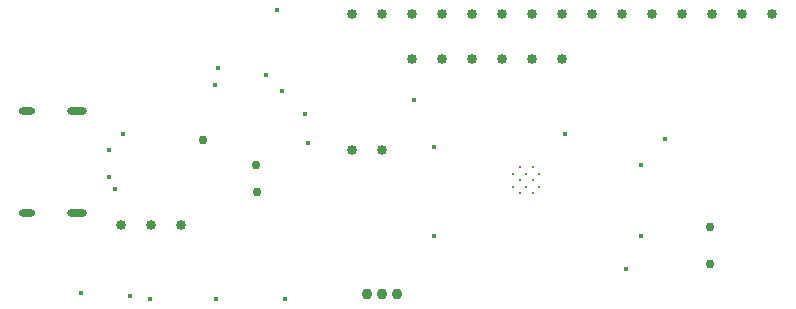
<source format=gbr>
%TF.GenerationSoftware,Altium Limited,Altium Designer,24.0.1 (36)*%
G04 Layer_Color=0*
%FSLAX45Y45*%
%MOMM*%
%TF.SameCoordinates,A01A54B3-6B64-4A67-9B29-D4FC54FCECB2*%
%TF.FilePolarity,Positive*%
%TF.FileFunction,Plated,1,2,PTH,Drill*%
%TF.Part,Single*%
G01*
G75*
%TA.AperFunction,ComponentDrill*%
%ADD75C,0.93000*%
%ADD76C,0.85000*%
%ADD77C,0.30000*%
%ADD78C,0.85000*%
%ADD79O,1.70000X0.60000*%
%ADD80O,1.40000X0.60000*%
%TA.AperFunction,ViaDrill,NotFilled*%
%ADD81C,0.75000*%
%ADD82C,0.40000*%
D75*
X3378200Y378285D02*
D03*
X3251200D02*
D03*
X3124200D02*
D03*
D76*
X4778000Y2369000D02*
D03*
X4524000D02*
D03*
X3508000D02*
D03*
X3762000D02*
D03*
X4016000D02*
D03*
X4270000D02*
D03*
X3000000Y1600000D02*
D03*
X3254000D02*
D03*
X4778000Y2750000D02*
D03*
X4524000D02*
D03*
X4270000D02*
D03*
X4016000D02*
D03*
X3000000D02*
D03*
X3254000D02*
D03*
X3508000D02*
D03*
X3762000D02*
D03*
X1041400Y965200D02*
D03*
X1295400D02*
D03*
X1549400D02*
D03*
D77*
X4586000Y1401000D02*
D03*
X4476000D02*
D03*
X4531000Y1456000D02*
D03*
X4421000D02*
D03*
X4531000Y1346000D02*
D03*
X4586000Y1291000D02*
D03*
X4476000D02*
D03*
X4421000Y1346000D02*
D03*
X4531000Y1236000D02*
D03*
X4366000Y1401000D02*
D03*
Y1291000D02*
D03*
X4421000Y1236000D02*
D03*
D78*
X6556000Y2750000D02*
D03*
X6302000D02*
D03*
X5032000D02*
D03*
X5286000D02*
D03*
X5540000D02*
D03*
X5794000D02*
D03*
X6048000D02*
D03*
D79*
X668000Y1068000D02*
D03*
Y1932000D02*
D03*
D80*
X250000Y1068000D02*
D03*
Y1932000D02*
D03*
D81*
X6032500Y952500D02*
D03*
X2184400Y1473200D02*
D03*
X2195800Y1244600D02*
D03*
X6032500Y635000D02*
D03*
X1740480Y1684020D02*
D03*
D82*
X5447000Y876000D02*
D03*
X1864330Y2298170D02*
D03*
X3525000Y2025000D02*
D03*
X4803400Y1734000D02*
D03*
X3697000Y1626000D02*
D03*
X939800Y1371600D02*
D03*
Y1600200D02*
D03*
X2364740Y2788920D02*
D03*
X2603500Y1905000D02*
D03*
X5654040Y1691640D02*
D03*
X1117600Y365760D02*
D03*
X703700Y386814D02*
D03*
X1287900Y336880D02*
D03*
X1836420Y2153920D02*
D03*
X2268220Y2232660D02*
D03*
X5318760Y596900D02*
D03*
X2626360Y1656080D02*
D03*
X3695700Y876300D02*
D03*
X5447000Y1476000D02*
D03*
X990600Y1270000D02*
D03*
X2430900Y342880D02*
D03*
X1846700Y336880D02*
D03*
X2405380Y2103120D02*
D03*
X1063280Y1734820D02*
D03*
%TF.MD5,f3313878d5c77ba10ed0329eaea6efaf*%
M02*

</source>
